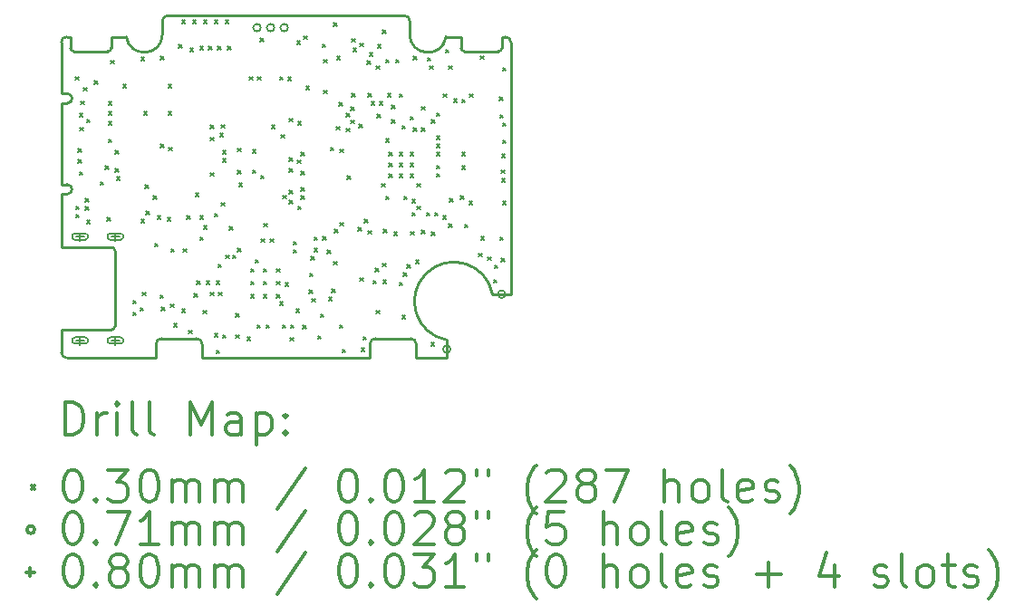
<source format=gbr>
%FSLAX45Y45*%
G04 Gerber Fmt 4.5, Leading zero omitted, Abs format (unit mm)*
G04 Created by KiCad (PCBNEW 5.1.5+dfsg1-2build2) date 2021-07-27 22:00:16*
%MOMM*%
%LPD*%
G04 APERTURE LIST*
%TA.AperFunction,Profile*%
%ADD10C,0.254000*%
%TD*%
%ADD11C,0.200000*%
%ADD12C,0.300000*%
G04 APERTURE END LIST*
D10*
X7620000Y-6090000D02*
X7620000Y-6587300D01*
X7620000Y-5240000D02*
X7620000Y-6000000D01*
X7620000Y-6090000D02*
X7675000Y-6090000D01*
X7675000Y-6090000D02*
G75*
G03X7675000Y-6000000I0J45000D01*
G01*
X7675000Y-6000000D02*
X7620000Y-6000000D01*
X7620000Y-5240000D02*
X7675000Y-5240000D01*
X7675000Y-5240000D02*
G75*
G03X7675000Y-5150000I0J45000D01*
G01*
X7675000Y-5150000D02*
X7620000Y-5150000D01*
X7620000Y-4670000D02*
X7620000Y-5150000D01*
X7670000Y-4620000D02*
G75*
G03X7620000Y-4670000I0J-50000D01*
G01*
X8226867Y-4620000D02*
X8085000Y-4620000D01*
X7705000Y-4620000D02*
X7670000Y-4620000D01*
X8226867Y-4620000D02*
G75*
G03X8565000Y-4595000I168139J25048D01*
G01*
X8565000Y-4595000D02*
X8565000Y-4470000D01*
X8615000Y-4420000D02*
G75*
G03X8565000Y-4470000I0J-50000D01*
G01*
X10825000Y-4420000D02*
X8615000Y-4420000D01*
X10875000Y-4470000D02*
G75*
G03X10825000Y-4420000I-50000J0D01*
G01*
X10875000Y-4470000D02*
X10875000Y-4595000D01*
X10875000Y-4595000D02*
G75*
G03X11213136Y-4620000I169996J48D01*
G01*
X11770000Y-4620000D02*
X11735000Y-4620000D01*
X11355000Y-4620000D02*
X11213136Y-4620000D01*
X11820000Y-4670000D02*
G75*
G03X11770000Y-4620000I-50000J0D01*
G01*
X11820000Y-7025500D02*
X11820000Y-4670000D01*
X10935000Y-7620000D02*
X11221000Y-7620000D01*
X10935000Y-7620000D02*
X10935000Y-7490000D01*
X10935000Y-7490000D02*
G75*
G03X10885000Y-7440000I-50000J0D01*
G01*
X10885000Y-7440000D02*
X10555000Y-7440000D01*
X10555000Y-7440000D02*
G75*
G03X10505000Y-7490000I0J-50000D01*
G01*
X10505000Y-7490000D02*
X10505000Y-7620000D01*
X8935000Y-7620000D02*
X10505000Y-7620000D01*
X8935000Y-7490000D02*
X8935000Y-7620000D01*
X8935000Y-7490000D02*
G75*
G03X8885000Y-7440000I-50000J0D01*
G01*
X8555000Y-7440000D02*
X8885000Y-7440000D01*
X8555000Y-7440000D02*
G75*
G03X8505000Y-7490000I0J-50000D01*
G01*
X8505000Y-7620000D02*
X8505000Y-7490000D01*
X7670000Y-7620000D02*
X8505000Y-7620000D01*
X7620000Y-7570000D02*
G75*
G03X7670000Y-7620000I50000J0D01*
G01*
X7620000Y-7357300D02*
X7620000Y-7570000D01*
X8090000Y-7357300D02*
X7620000Y-7357300D01*
X8090000Y-7357300D02*
G75*
G03X8120000Y-7327300I0J30000D01*
G01*
X8120000Y-6617300D02*
X8120000Y-7327300D01*
X8120000Y-6617300D02*
G75*
G03X8090000Y-6587300I-30000J0D01*
G01*
X7620000Y-6587300D02*
X8090000Y-6587300D01*
X11221000Y-7620000D02*
X11221000Y-7453503D01*
X11648437Y-7025640D02*
X11820000Y-7025500D01*
X11648437Y-7025640D02*
G75*
G03X11221000Y-7453503I-361437J-66360D01*
G01*
X11355000Y-4620000D02*
X11355000Y-4725000D01*
X11385000Y-4755000D02*
G75*
G02X11355000Y-4725000I0J30000D01*
G01*
X11385000Y-4755000D02*
X11705000Y-4755000D01*
X11735000Y-4725000D02*
G75*
G02X11705000Y-4755000I-30000J0D01*
G01*
X11735000Y-4725000D02*
X11735000Y-4620000D01*
X7705000Y-4620000D02*
X7705000Y-4725000D01*
X7735000Y-4755000D02*
G75*
G02X7705000Y-4725000I0J30000D01*
G01*
X7735000Y-4755000D02*
X8055000Y-4755000D01*
X8085000Y-4725000D02*
G75*
G02X8055000Y-4755000I-30000J0D01*
G01*
X8085000Y-4725000D02*
X8085000Y-4620000D01*
D11*
X7752080Y-4991100D02*
X7782560Y-5021580D01*
X7782560Y-4991100D02*
X7752080Y-5021580D01*
X7757160Y-6202680D02*
X7787640Y-6233160D01*
X7787640Y-6202680D02*
X7757160Y-6233160D01*
X7757160Y-6278880D02*
X7787640Y-6309360D01*
X7787640Y-6278880D02*
X7757160Y-6309360D01*
X7777480Y-5664200D02*
X7807960Y-5694680D01*
X7807960Y-5664200D02*
X7777480Y-5694680D01*
X7777480Y-5765800D02*
X7807960Y-5796280D01*
X7807960Y-5765800D02*
X7777480Y-5796280D01*
X7790180Y-5334000D02*
X7820660Y-5364480D01*
X7820660Y-5334000D02*
X7790180Y-5364480D01*
X7790180Y-5880100D02*
X7820660Y-5910580D01*
X7820660Y-5880100D02*
X7790180Y-5910580D01*
X7792720Y-5466080D02*
X7823200Y-5496560D01*
X7823200Y-5466080D02*
X7792720Y-5496560D01*
X7802880Y-5219700D02*
X7833360Y-5250180D01*
X7833360Y-5219700D02*
X7802880Y-5250180D01*
X7828280Y-5092700D02*
X7858760Y-5123180D01*
X7858760Y-5092700D02*
X7828280Y-5123180D01*
X7846060Y-6129020D02*
X7876540Y-6159500D01*
X7876540Y-6129020D02*
X7846060Y-6159500D01*
X7846060Y-6205220D02*
X7876540Y-6235700D01*
X7876540Y-6205220D02*
X7846060Y-6235700D01*
X7856220Y-5389880D02*
X7886700Y-5420360D01*
X7886700Y-5389880D02*
X7856220Y-5420360D01*
X7858760Y-6334760D02*
X7889240Y-6365240D01*
X7889240Y-6334760D02*
X7858760Y-6365240D01*
X7929880Y-5029200D02*
X7960360Y-5059680D01*
X7960360Y-5029200D02*
X7929880Y-5059680D01*
X7985760Y-5974080D02*
X8016240Y-6004560D01*
X8016240Y-5974080D02*
X7985760Y-6004560D01*
X8031480Y-5824220D02*
X8061960Y-5854700D01*
X8061960Y-5824220D02*
X8031480Y-5854700D01*
X8049260Y-6309360D02*
X8079740Y-6339840D01*
X8079740Y-6309360D02*
X8049260Y-6339840D01*
X8061960Y-5227320D02*
X8092440Y-5257800D01*
X8092440Y-5227320D02*
X8061960Y-5257800D01*
X8061960Y-5318760D02*
X8092440Y-5349240D01*
X8092440Y-5318760D02*
X8061960Y-5349240D01*
X8061960Y-5410200D02*
X8092440Y-5440680D01*
X8092440Y-5410200D02*
X8061960Y-5440680D01*
X8061960Y-5577840D02*
X8092440Y-5608320D01*
X8092440Y-5577840D02*
X8061960Y-5608320D01*
X8082280Y-4838700D02*
X8112760Y-4869180D01*
X8112760Y-4838700D02*
X8082280Y-4869180D01*
X8122920Y-5684520D02*
X8153400Y-5715000D01*
X8153400Y-5684520D02*
X8122920Y-5715000D01*
X8122920Y-5852160D02*
X8153400Y-5882640D01*
X8153400Y-5852160D02*
X8122920Y-5882640D01*
X8138160Y-5928360D02*
X8168640Y-5958840D01*
X8168640Y-5928360D02*
X8138160Y-5958840D01*
X8196580Y-5064760D02*
X8227060Y-5095240D01*
X8227060Y-5064760D02*
X8196580Y-5095240D01*
X8290560Y-7084060D02*
X8321040Y-7114540D01*
X8321040Y-7084060D02*
X8290560Y-7114540D01*
X8290560Y-7193280D02*
X8321040Y-7223760D01*
X8321040Y-7193280D02*
X8290560Y-7223760D01*
X8356600Y-7152640D02*
X8387080Y-7183120D01*
X8387080Y-7152640D02*
X8356600Y-7183120D01*
X8366760Y-4810760D02*
X8397240Y-4841240D01*
X8397240Y-4810760D02*
X8366760Y-4841240D01*
X8366760Y-6324600D02*
X8397240Y-6355080D01*
X8397240Y-6324600D02*
X8366760Y-6355080D01*
X8379460Y-7007860D02*
X8409940Y-7038340D01*
X8409940Y-7007860D02*
X8379460Y-7038340D01*
X8392160Y-5318760D02*
X8422640Y-5349240D01*
X8422640Y-5318760D02*
X8392160Y-5349240D01*
X8404860Y-6004560D02*
X8435340Y-6035040D01*
X8435340Y-6004560D02*
X8404860Y-6035040D01*
X8412480Y-6248400D02*
X8442960Y-6278880D01*
X8442960Y-6248400D02*
X8412480Y-6278880D01*
X8481060Y-6106160D02*
X8511540Y-6136640D01*
X8511540Y-6106160D02*
X8481060Y-6136640D01*
X8493760Y-6550660D02*
X8524240Y-6581140D01*
X8524240Y-6550660D02*
X8493760Y-6581140D01*
X8519160Y-6294120D02*
X8549640Y-6324600D01*
X8549640Y-6294120D02*
X8519160Y-6324600D01*
X8544560Y-7033260D02*
X8575040Y-7063740D01*
X8575040Y-7033260D02*
X8544560Y-7063740D01*
X8549640Y-4800600D02*
X8580120Y-4831080D01*
X8580120Y-4800600D02*
X8549640Y-4831080D01*
X8549640Y-5623560D02*
X8580120Y-5654040D01*
X8580120Y-5623560D02*
X8549640Y-5654040D01*
X8557260Y-7147560D02*
X8587740Y-7178040D01*
X8587740Y-7147560D02*
X8557260Y-7178040D01*
X8610600Y-6309360D02*
X8641080Y-6339840D01*
X8641080Y-6309360D02*
X8610600Y-6339840D01*
X8620760Y-5064760D02*
X8651240Y-5095240D01*
X8651240Y-5064760D02*
X8620760Y-5095240D01*
X8620760Y-5318760D02*
X8651240Y-5349240D01*
X8651240Y-5318760D02*
X8620760Y-5349240D01*
X8625840Y-5654040D02*
X8656320Y-5684520D01*
X8656320Y-5654040D02*
X8625840Y-5684520D01*
X8641080Y-7117080D02*
X8671560Y-7147560D01*
X8671560Y-7117080D02*
X8641080Y-7147560D01*
X8646160Y-6601460D02*
X8676640Y-6631940D01*
X8676640Y-6601460D02*
X8646160Y-6631940D01*
X8671560Y-7299960D02*
X8702040Y-7330440D01*
X8702040Y-7299960D02*
X8671560Y-7330440D01*
X8717280Y-4693920D02*
X8747760Y-4724400D01*
X8747760Y-4693920D02*
X8717280Y-4724400D01*
X8747760Y-4465320D02*
X8778240Y-4495800D01*
X8778240Y-4465320D02*
X8747760Y-4495800D01*
X8747760Y-7162800D02*
X8778240Y-7193280D01*
X8778240Y-7162800D02*
X8747760Y-7193280D01*
X8760460Y-6601460D02*
X8790940Y-6631940D01*
X8790940Y-6601460D02*
X8760460Y-6631940D01*
X8793480Y-6294120D02*
X8823960Y-6324600D01*
X8823960Y-6294120D02*
X8793480Y-6324600D01*
X8811260Y-7363460D02*
X8841740Y-7393940D01*
X8841740Y-7363460D02*
X8811260Y-7393940D01*
X8823960Y-4724400D02*
X8854440Y-4754880D01*
X8854440Y-4724400D02*
X8823960Y-4754880D01*
X8849360Y-4465320D02*
X8879840Y-4495800D01*
X8879840Y-4465320D02*
X8849360Y-4495800D01*
X8862060Y-7020560D02*
X8892540Y-7051040D01*
X8892540Y-7020560D02*
X8862060Y-7051040D01*
X8874760Y-6080760D02*
X8905240Y-6111240D01*
X8905240Y-6080760D02*
X8874760Y-6111240D01*
X8884920Y-6903720D02*
X8915400Y-6934200D01*
X8915400Y-6903720D02*
X8884920Y-6934200D01*
X8915400Y-4709160D02*
X8945880Y-4739640D01*
X8945880Y-4709160D02*
X8915400Y-4739640D01*
X8915400Y-6294120D02*
X8945880Y-6324600D01*
X8945880Y-6294120D02*
X8915400Y-6324600D01*
X8915400Y-6492240D02*
X8945880Y-6522720D01*
X8945880Y-6492240D02*
X8915400Y-6522720D01*
X8945880Y-7178040D02*
X8976360Y-7208520D01*
X8976360Y-7178040D02*
X8945880Y-7208520D01*
X8950960Y-4465320D02*
X8981440Y-4495800D01*
X8981440Y-4465320D02*
X8950960Y-4495800D01*
X8950960Y-6385560D02*
X8981440Y-6416040D01*
X8981440Y-6385560D02*
X8950960Y-6416040D01*
X8976360Y-6903720D02*
X9006840Y-6934200D01*
X9006840Y-6903720D02*
X8976360Y-6934200D01*
X8996680Y-4709160D02*
X9027160Y-4739640D01*
X9027160Y-4709160D02*
X8996680Y-4739640D01*
X9014460Y-5445760D02*
X9044940Y-5476240D01*
X9044940Y-5445760D02*
X9014460Y-5476240D01*
X9014460Y-5560060D02*
X9044940Y-5590540D01*
X9044940Y-5560060D02*
X9014460Y-5590540D01*
X9014460Y-5890260D02*
X9044940Y-5920740D01*
X9044940Y-5890260D02*
X9014460Y-5920740D01*
X9014460Y-7007860D02*
X9044940Y-7038340D01*
X9044940Y-7007860D02*
X9014460Y-7038340D01*
X9052560Y-4465320D02*
X9083040Y-4495800D01*
X9083040Y-4465320D02*
X9052560Y-4495800D01*
X9052560Y-6271260D02*
X9083040Y-6301740D01*
X9083040Y-6271260D02*
X9052560Y-6301740D01*
X9052560Y-7391400D02*
X9083040Y-7421880D01*
X9083040Y-7391400D02*
X9052560Y-7421880D01*
X9067800Y-6903720D02*
X9098280Y-6934200D01*
X9098280Y-6903720D02*
X9067800Y-6934200D01*
X9067800Y-7548880D02*
X9098280Y-7579360D01*
X9098280Y-7548880D02*
X9067800Y-7579360D01*
X9083040Y-4709160D02*
X9113520Y-4739640D01*
X9113520Y-4709160D02*
X9083040Y-4739640D01*
X9085580Y-6746240D02*
X9116060Y-6776720D01*
X9116060Y-6746240D02*
X9085580Y-6776720D01*
X9090660Y-7007860D02*
X9121140Y-7038340D01*
X9121140Y-7007860D02*
X9090660Y-7038340D01*
X9103360Y-5521960D02*
X9133840Y-5552440D01*
X9133840Y-5521960D02*
X9103360Y-5552440D01*
X9113520Y-5440680D02*
X9144000Y-5471160D01*
X9144000Y-5440680D02*
X9113520Y-5471160D01*
X9116060Y-6169660D02*
X9146540Y-6200140D01*
X9146540Y-6169660D02*
X9116060Y-6200140D01*
X9128760Y-5681980D02*
X9159240Y-5712460D01*
X9159240Y-5681980D02*
X9128760Y-5712460D01*
X9128760Y-5760720D02*
X9159240Y-5791200D01*
X9159240Y-5760720D02*
X9128760Y-5791200D01*
X9128760Y-7404100D02*
X9159240Y-7434580D01*
X9159240Y-7404100D02*
X9128760Y-7434580D01*
X9154160Y-4465320D02*
X9184640Y-4495800D01*
X9184640Y-4465320D02*
X9154160Y-4495800D01*
X9159240Y-6659880D02*
X9189720Y-6690360D01*
X9189720Y-6659880D02*
X9159240Y-6690360D01*
X9174480Y-4709160D02*
X9204960Y-4739640D01*
X9204960Y-4709160D02*
X9174480Y-4739640D01*
X9189720Y-6393180D02*
X9220200Y-6423660D01*
X9220200Y-6393180D02*
X9189720Y-6423660D01*
X9220200Y-6659880D02*
X9250680Y-6690360D01*
X9250680Y-6659880D02*
X9220200Y-6690360D01*
X9250680Y-7208520D02*
X9281160Y-7239000D01*
X9281160Y-7208520D02*
X9250680Y-7239000D01*
X9250680Y-7406640D02*
X9281160Y-7437120D01*
X9281160Y-7406640D02*
X9250680Y-7437120D01*
X9265920Y-5867400D02*
X9296400Y-5897880D01*
X9296400Y-5867400D02*
X9265920Y-5897880D01*
X9265920Y-6598920D02*
X9296400Y-6629400D01*
X9296400Y-6598920D02*
X9265920Y-6629400D01*
X9268460Y-5661660D02*
X9298940Y-5692140D01*
X9298940Y-5661660D02*
X9268460Y-5692140D01*
X9281160Y-5989320D02*
X9311640Y-6019800D01*
X9311640Y-5989320D02*
X9281160Y-6019800D01*
X9357360Y-7426960D02*
X9387840Y-7457440D01*
X9387840Y-7426960D02*
X9357360Y-7457440D01*
X9377680Y-4993640D02*
X9408160Y-5024120D01*
X9408160Y-4993640D02*
X9377680Y-5024120D01*
X9408160Y-5674360D02*
X9438640Y-5704840D01*
X9438640Y-5674360D02*
X9408160Y-5704840D01*
X9408160Y-5864860D02*
X9438640Y-5895340D01*
X9438640Y-5864860D02*
X9408160Y-5895340D01*
X9433560Y-6703060D02*
X9464040Y-6733540D01*
X9464040Y-6703060D02*
X9433560Y-6733540D01*
X9448800Y-7312660D02*
X9479280Y-7343140D01*
X9479280Y-7312660D02*
X9448800Y-7343140D01*
X9453880Y-4993640D02*
X9484360Y-5024120D01*
X9484360Y-4993640D02*
X9453880Y-5024120D01*
X9479280Y-4632960D02*
X9509760Y-4663440D01*
X9509760Y-4632960D02*
X9479280Y-4663440D01*
X9484360Y-5915660D02*
X9514840Y-5946140D01*
X9514840Y-5915660D02*
X9484360Y-5946140D01*
X9489440Y-6507480D02*
X9519920Y-6537960D01*
X9519920Y-6507480D02*
X9489440Y-6537960D01*
X9512300Y-6362700D02*
X9542780Y-6393180D01*
X9542780Y-6362700D02*
X9512300Y-6393180D01*
X9535160Y-7312660D02*
X9565640Y-7343140D01*
X9565640Y-7312660D02*
X9535160Y-7343140D01*
X9570720Y-6507480D02*
X9601200Y-6537960D01*
X9601200Y-6507480D02*
X9570720Y-6537960D01*
X9585960Y-5445760D02*
X9616440Y-5476240D01*
X9616440Y-5445760D02*
X9585960Y-5476240D01*
X9662160Y-4991100D02*
X9692640Y-5021580D01*
X9692640Y-4991100D02*
X9662160Y-5021580D01*
X9662160Y-7096760D02*
X9692640Y-7127240D01*
X9692640Y-7096760D02*
X9662160Y-7127240D01*
X9674860Y-5534660D02*
X9705340Y-5565140D01*
X9705340Y-5534660D02*
X9674860Y-5565140D01*
X9687560Y-7312660D02*
X9718040Y-7343140D01*
X9718040Y-7312660D02*
X9687560Y-7343140D01*
X9690100Y-6101080D02*
X9720580Y-6131560D01*
X9720580Y-6101080D02*
X9690100Y-6131560D01*
X9712960Y-6918960D02*
X9743440Y-6949440D01*
X9743440Y-6918960D02*
X9712960Y-6949440D01*
X9738360Y-4998720D02*
X9768840Y-5029200D01*
X9768840Y-4998720D02*
X9738360Y-5029200D01*
X9751060Y-5382260D02*
X9781540Y-5412740D01*
X9781540Y-5382260D02*
X9751060Y-5412740D01*
X9751060Y-5750560D02*
X9781540Y-5781040D01*
X9781540Y-5750560D02*
X9751060Y-5781040D01*
X9751060Y-5852160D02*
X9781540Y-5882640D01*
X9781540Y-5852160D02*
X9751060Y-5882640D01*
X9751060Y-6055360D02*
X9781540Y-6085840D01*
X9781540Y-6055360D02*
X9751060Y-6085840D01*
X9751060Y-6146800D02*
X9781540Y-6177280D01*
X9781540Y-6146800D02*
X9751060Y-6177280D01*
X9758680Y-7429500D02*
X9789160Y-7459980D01*
X9789160Y-7429500D02*
X9758680Y-7459980D01*
X9763760Y-7312660D02*
X9794240Y-7343140D01*
X9794240Y-7312660D02*
X9763760Y-7343140D01*
X9789160Y-6532880D02*
X9819640Y-6563360D01*
X9819640Y-6532880D02*
X9789160Y-6563360D01*
X9789160Y-6609080D02*
X9819640Y-6639560D01*
X9819640Y-6609080D02*
X9789160Y-6639560D01*
X9814560Y-7162800D02*
X9845040Y-7193280D01*
X9845040Y-7162800D02*
X9814560Y-7193280D01*
X9822180Y-4655820D02*
X9852660Y-4686300D01*
X9852660Y-4655820D02*
X9822180Y-4686300D01*
X9827260Y-5770880D02*
X9857740Y-5801360D01*
X9857740Y-5770880D02*
X9827260Y-5801360D01*
X9829800Y-5410200D02*
X9860280Y-5440680D01*
X9860280Y-5410200D02*
X9829800Y-5440680D01*
X9829800Y-6202680D02*
X9860280Y-6233160D01*
X9860280Y-6202680D02*
X9829800Y-6233160D01*
X9857740Y-6106160D02*
X9888220Y-6136640D01*
X9888220Y-6106160D02*
X9857740Y-6136640D01*
X9860280Y-5699760D02*
X9890760Y-5730240D01*
X9890760Y-5699760D02*
X9860280Y-5730240D01*
X9860280Y-5875020D02*
X9890760Y-5905500D01*
X9890760Y-5875020D02*
X9860280Y-5905500D01*
X9860280Y-6027420D02*
X9890760Y-6057900D01*
X9890760Y-6027420D02*
X9860280Y-6057900D01*
X9875520Y-7315200D02*
X9906000Y-7345680D01*
X9906000Y-7315200D02*
X9875520Y-7345680D01*
X9883140Y-4610100D02*
X9913620Y-4640580D01*
X9913620Y-4610100D02*
X9883140Y-4640580D01*
X9906000Y-5082540D02*
X9936480Y-5113020D01*
X9936480Y-5082540D02*
X9906000Y-5113020D01*
X9936480Y-6987540D02*
X9966960Y-7018020D01*
X9966960Y-6987540D02*
X9936480Y-7018020D01*
X9939020Y-6830060D02*
X9969500Y-6860540D01*
X9969500Y-6830060D02*
X9939020Y-6860540D01*
X9951720Y-6675120D02*
X9982200Y-6705600D01*
X9982200Y-6675120D02*
X9951720Y-6705600D01*
X9959340Y-7066280D02*
X9989820Y-7096760D01*
X9989820Y-7066280D02*
X9959340Y-7096760D01*
X9982200Y-6492240D02*
X10012680Y-6522720D01*
X10012680Y-6492240D02*
X9982200Y-6522720D01*
X9982200Y-6598920D02*
X10012680Y-6629400D01*
X10012680Y-6598920D02*
X9982200Y-6629400D01*
X10017760Y-7414260D02*
X10048240Y-7444740D01*
X10048240Y-7414260D02*
X10017760Y-7444740D01*
X10043160Y-7211060D02*
X10073640Y-7241540D01*
X10073640Y-7211060D02*
X10043160Y-7241540D01*
X10058400Y-4686300D02*
X10088880Y-4716780D01*
X10088880Y-4686300D02*
X10058400Y-4716780D01*
X10060940Y-6487160D02*
X10091420Y-6517640D01*
X10091420Y-6487160D02*
X10060940Y-6517640D01*
X10073640Y-4831080D02*
X10104120Y-4861560D01*
X10104120Y-4831080D02*
X10073640Y-4861560D01*
X10073640Y-5120640D02*
X10104120Y-5151120D01*
X10104120Y-5120640D02*
X10073640Y-5151120D01*
X10104120Y-6614160D02*
X10134600Y-6644640D01*
X10134600Y-6614160D02*
X10104120Y-6644640D01*
X10119360Y-7056120D02*
X10149840Y-7086600D01*
X10149840Y-7056120D02*
X10119360Y-7086600D01*
X10134600Y-5654040D02*
X10165080Y-5684520D01*
X10165080Y-5654040D02*
X10134600Y-5684520D01*
X10149840Y-6979920D02*
X10180320Y-7010400D01*
X10180320Y-6979920D02*
X10149840Y-7010400D01*
X10165080Y-4488180D02*
X10195560Y-4518660D01*
X10195560Y-4488180D02*
X10165080Y-4518660D01*
X10165080Y-6720840D02*
X10195560Y-6751320D01*
X10195560Y-6720840D02*
X10165080Y-6751320D01*
X10172700Y-6418580D02*
X10203180Y-6449060D01*
X10203180Y-6418580D02*
X10172700Y-6449060D01*
X10190480Y-5458460D02*
X10220960Y-5488940D01*
X10220960Y-5458460D02*
X10190480Y-5488940D01*
X10195560Y-4800600D02*
X10226040Y-4831080D01*
X10226040Y-4800600D02*
X10195560Y-4831080D01*
X10213340Y-5232400D02*
X10243820Y-5262880D01*
X10243820Y-5232400D02*
X10213340Y-5262880D01*
X10220960Y-7312660D02*
X10251440Y-7343140D01*
X10251440Y-7312660D02*
X10220960Y-7343140D01*
X10223500Y-6355080D02*
X10253980Y-6385560D01*
X10253980Y-6355080D02*
X10223500Y-6385560D01*
X10226040Y-5669280D02*
X10256520Y-5699760D01*
X10256520Y-5669280D02*
X10226040Y-5699760D01*
X10246360Y-7541260D02*
X10276840Y-7571740D01*
X10276840Y-7541260D02*
X10246360Y-7571740D01*
X10281920Y-5336540D02*
X10312400Y-5367020D01*
X10312400Y-5336540D02*
X10281920Y-5367020D01*
X10281920Y-5473700D02*
X10312400Y-5504180D01*
X10312400Y-5473700D02*
X10281920Y-5504180D01*
X10289540Y-5918200D02*
X10320020Y-5948680D01*
X10320020Y-5918200D02*
X10289540Y-5948680D01*
X10327640Y-5275580D02*
X10358120Y-5306060D01*
X10358120Y-5275580D02*
X10327640Y-5306060D01*
X10327640Y-5397500D02*
X10358120Y-5427980D01*
X10358120Y-5397500D02*
X10327640Y-5427980D01*
X10332720Y-4635500D02*
X10363200Y-4665980D01*
X10363200Y-4635500D02*
X10332720Y-4665980D01*
X10332720Y-5151120D02*
X10363200Y-5181600D01*
X10363200Y-5151120D02*
X10332720Y-5181600D01*
X10347960Y-4724400D02*
X10378440Y-4754880D01*
X10378440Y-4724400D02*
X10347960Y-4754880D01*
X10393680Y-6400800D02*
X10424160Y-6431280D01*
X10424160Y-6400800D02*
X10393680Y-6431280D01*
X10403840Y-5438140D02*
X10434320Y-5468620D01*
X10434320Y-5438140D02*
X10403840Y-5468620D01*
X10408920Y-4678680D02*
X10439400Y-4709160D01*
X10439400Y-4678680D02*
X10408920Y-4709160D01*
X10408920Y-6873240D02*
X10439400Y-6903720D01*
X10439400Y-6873240D02*
X10408920Y-6903720D01*
X10424160Y-7528560D02*
X10454640Y-7559040D01*
X10454640Y-7528560D02*
X10424160Y-7559040D01*
X10439400Y-7421880D02*
X10469880Y-7452360D01*
X10469880Y-7421880D02*
X10439400Y-7452360D01*
X10454640Y-6324600D02*
X10485120Y-6355080D01*
X10485120Y-6324600D02*
X10454640Y-6355080D01*
X10477500Y-4846320D02*
X10507980Y-4876800D01*
X10507980Y-4846320D02*
X10477500Y-4876800D01*
X10485120Y-5151120D02*
X10515600Y-5181600D01*
X10515600Y-5151120D02*
X10485120Y-5181600D01*
X10485120Y-6431280D02*
X10515600Y-6461760D01*
X10515600Y-6431280D02*
X10485120Y-6461760D01*
X10500360Y-4770120D02*
X10530840Y-4800600D01*
X10530840Y-4770120D02*
X10500360Y-4800600D01*
X10515600Y-5227320D02*
X10546080Y-5257800D01*
X10546080Y-5227320D02*
X10515600Y-5257800D01*
X10533380Y-6896100D02*
X10563860Y-6926580D01*
X10563860Y-6896100D02*
X10533380Y-6926580D01*
X10556240Y-6781800D02*
X10586720Y-6812280D01*
X10586720Y-6781800D02*
X10556240Y-6812280D01*
X10561320Y-4892040D02*
X10591800Y-4922520D01*
X10591800Y-4892040D02*
X10561320Y-4922520D01*
X10561320Y-7178040D02*
X10591800Y-7208520D01*
X10591800Y-7178040D02*
X10561320Y-7208520D01*
X10568940Y-5344160D02*
X10599420Y-5374640D01*
X10599420Y-5344160D02*
X10568940Y-5374640D01*
X10576560Y-4693920D02*
X10607040Y-4724400D01*
X10607040Y-4693920D02*
X10576560Y-4724400D01*
X10591800Y-5227320D02*
X10622280Y-5257800D01*
X10622280Y-5227320D02*
X10591800Y-5257800D01*
X10614660Y-5991860D02*
X10645140Y-6022340D01*
X10645140Y-5991860D02*
X10614660Y-6022340D01*
X10622280Y-4556760D02*
X10652760Y-4587240D01*
X10652760Y-4556760D02*
X10622280Y-4587240D01*
X10622280Y-6736080D02*
X10652760Y-6766560D01*
X10652760Y-6736080D02*
X10622280Y-6766560D01*
X10627360Y-6893560D02*
X10657840Y-6924040D01*
X10657840Y-6893560D02*
X10627360Y-6924040D01*
X10632440Y-6418580D02*
X10662920Y-6449060D01*
X10662920Y-6418580D02*
X10632440Y-6449060D01*
X10652760Y-4831080D02*
X10683240Y-4861560D01*
X10683240Y-4831080D02*
X10652760Y-4861560D01*
X10652760Y-5572760D02*
X10683240Y-5603240D01*
X10683240Y-5572760D02*
X10652760Y-5603240D01*
X10652760Y-6111240D02*
X10683240Y-6141720D01*
X10683240Y-6111240D02*
X10652760Y-6141720D01*
X10668000Y-5151120D02*
X10698480Y-5181600D01*
X10698480Y-5151120D02*
X10668000Y-5181600D01*
X10706100Y-5257800D02*
X10736580Y-5288280D01*
X10736580Y-5257800D02*
X10706100Y-5288280D01*
X10706100Y-5394960D02*
X10736580Y-5425440D01*
X10736580Y-5394960D02*
X10706100Y-5425440D01*
X10728960Y-6446520D02*
X10759440Y-6477000D01*
X10759440Y-6446520D02*
X10728960Y-6477000D01*
X10744200Y-4831080D02*
X10774680Y-4861560D01*
X10774680Y-4831080D02*
X10744200Y-4861560D01*
X10777220Y-5153660D02*
X10807700Y-5184140D01*
X10807700Y-5153660D02*
X10777220Y-5184140D01*
X10779760Y-6913880D02*
X10810240Y-6944360D01*
X10810240Y-6913880D02*
X10779760Y-6944360D01*
X10805160Y-5448300D02*
X10835640Y-5478780D01*
X10835640Y-5448300D02*
X10805160Y-5478780D01*
X10805160Y-7223760D02*
X10835640Y-7254240D01*
X10835640Y-7223760D02*
X10805160Y-7254240D01*
X10817860Y-6827520D02*
X10848340Y-6858000D01*
X10848340Y-6827520D02*
X10817860Y-6858000D01*
X10820400Y-6111240D02*
X10850880Y-6141720D01*
X10850880Y-6111240D02*
X10820400Y-6141720D01*
X10850880Y-6751320D02*
X10881360Y-6781800D01*
X10881360Y-6751320D02*
X10850880Y-6781800D01*
X10881360Y-5364480D02*
X10911840Y-5394960D01*
X10911840Y-5364480D02*
X10881360Y-5394960D01*
X10886440Y-6438900D02*
X10916920Y-6469380D01*
X10916920Y-6438900D02*
X10886440Y-6469380D01*
X10896600Y-6141720D02*
X10927080Y-6172200D01*
X10927080Y-6141720D02*
X10896600Y-6172200D01*
X10896600Y-6263640D02*
X10927080Y-6294120D01*
X10927080Y-6263640D02*
X10896600Y-6294120D01*
X10911840Y-4800600D02*
X10942320Y-4831080D01*
X10942320Y-4800600D02*
X10911840Y-4831080D01*
X10911840Y-5471160D02*
X10942320Y-5501640D01*
X10942320Y-5471160D02*
X10911840Y-5501640D01*
X10929620Y-6708140D02*
X10960100Y-6738620D01*
X10960100Y-6708140D02*
X10929620Y-6738620D01*
X10942320Y-6202680D02*
X10972800Y-6233160D01*
X10972800Y-6202680D02*
X10942320Y-6233160D01*
X10944860Y-5991860D02*
X10975340Y-6022340D01*
X10975340Y-5991860D02*
X10944860Y-6022340D01*
X10988040Y-5273040D02*
X11018520Y-5303520D01*
X11018520Y-5273040D02*
X10988040Y-5303520D01*
X10988040Y-5471160D02*
X11018520Y-5501640D01*
X11018520Y-5471160D02*
X10988040Y-5501640D01*
X10988040Y-6426200D02*
X11018520Y-6456680D01*
X11018520Y-6426200D02*
X10988040Y-6456680D01*
X11033760Y-6263640D02*
X11064240Y-6294120D01*
X11064240Y-6263640D02*
X11033760Y-6294120D01*
X11041380Y-4815840D02*
X11071860Y-4846320D01*
X11071860Y-4815840D02*
X11041380Y-4846320D01*
X11064240Y-4892040D02*
X11094720Y-4922520D01*
X11094720Y-4892040D02*
X11064240Y-4922520D01*
X11074400Y-7477760D02*
X11104880Y-7508240D01*
X11104880Y-7477760D02*
X11074400Y-7508240D01*
X11079480Y-5394960D02*
X11109960Y-5425440D01*
X11109960Y-5394960D02*
X11079480Y-5425440D01*
X11079480Y-6446520D02*
X11109960Y-6477000D01*
X11109960Y-6446520D02*
X11079480Y-6477000D01*
X11109960Y-6263640D02*
X11140440Y-6294120D01*
X11140440Y-6263640D02*
X11109960Y-6294120D01*
X11125200Y-5331460D02*
X11155680Y-5361940D01*
X11155680Y-5331460D02*
X11125200Y-5361940D01*
X11125200Y-5547360D02*
X11155680Y-5577840D01*
X11155680Y-5547360D02*
X11125200Y-5577840D01*
X11125200Y-5623560D02*
X11155680Y-5654040D01*
X11155680Y-5623560D02*
X11125200Y-5654040D01*
X11125200Y-5699760D02*
X11155680Y-5730240D01*
X11155680Y-5699760D02*
X11125200Y-5730240D01*
X11125200Y-5821680D02*
X11155680Y-5852160D01*
X11155680Y-5821680D02*
X11125200Y-5852160D01*
X11125200Y-5897880D02*
X11155680Y-5928360D01*
X11155680Y-5897880D02*
X11125200Y-5928360D01*
X11186160Y-6294120D02*
X11216640Y-6324600D01*
X11216640Y-6294120D02*
X11186160Y-6324600D01*
X11191240Y-5153660D02*
X11221720Y-5184140D01*
X11221720Y-5153660D02*
X11191240Y-5184140D01*
X11209020Y-4739640D02*
X11239500Y-4770120D01*
X11239500Y-4739640D02*
X11209020Y-4770120D01*
X11239500Y-4892040D02*
X11269980Y-4922520D01*
X11269980Y-4892040D02*
X11239500Y-4922520D01*
X11239500Y-6370320D02*
X11269980Y-6400800D01*
X11269980Y-6370320D02*
X11239500Y-6400800D01*
X11249660Y-6131560D02*
X11280140Y-6162040D01*
X11280140Y-6131560D02*
X11249660Y-6162040D01*
X11287760Y-5199380D02*
X11318240Y-5229860D01*
X11318240Y-5199380D02*
X11287760Y-5229860D01*
X11351260Y-6106160D02*
X11381740Y-6136640D01*
X11381740Y-6106160D02*
X11351260Y-6136640D01*
X11363960Y-5204460D02*
X11394440Y-5234940D01*
X11394440Y-5204460D02*
X11363960Y-5234940D01*
X11363960Y-5699760D02*
X11394440Y-5730240D01*
X11394440Y-5699760D02*
X11363960Y-5730240D01*
X11363960Y-5826760D02*
X11394440Y-5857240D01*
X11394440Y-5826760D02*
X11363960Y-5857240D01*
X11389360Y-6372860D02*
X11419840Y-6403340D01*
X11419840Y-6372860D02*
X11389360Y-6403340D01*
X11430000Y-6156960D02*
X11460480Y-6187440D01*
X11460480Y-6156960D02*
X11430000Y-6187440D01*
X11435080Y-5153660D02*
X11465560Y-5184140D01*
X11465560Y-5153660D02*
X11435080Y-5184140D01*
X11521440Y-6644640D02*
X11551920Y-6675120D01*
X11551920Y-6644640D02*
X11521440Y-6675120D01*
X11534140Y-4798060D02*
X11564620Y-4828540D01*
X11564620Y-4798060D02*
X11534140Y-4828540D01*
X11541760Y-6487160D02*
X11572240Y-6517640D01*
X11572240Y-6487160D02*
X11541760Y-6517640D01*
X11605260Y-6677660D02*
X11635740Y-6708140D01*
X11635740Y-6677660D02*
X11605260Y-6708140D01*
X11658600Y-6888480D02*
X11689080Y-6918960D01*
X11689080Y-6888480D02*
X11658600Y-6918960D01*
X11668760Y-6753860D02*
X11699240Y-6784340D01*
X11699240Y-6753860D02*
X11668760Y-6784340D01*
X11714480Y-5181600D02*
X11744960Y-5212080D01*
X11744960Y-5181600D02*
X11714480Y-5212080D01*
X11719560Y-5349240D02*
X11750040Y-5379720D01*
X11750040Y-5349240D02*
X11719560Y-5379720D01*
X11719560Y-6492240D02*
X11750040Y-6522720D01*
X11750040Y-6492240D02*
X11719560Y-6522720D01*
X11732260Y-5864860D02*
X11762740Y-5895340D01*
X11762740Y-5864860D02*
X11732260Y-5895340D01*
X11732260Y-6690360D02*
X11762740Y-6720840D01*
X11762740Y-6690360D02*
X11732260Y-6720840D01*
X11734800Y-5715000D02*
X11765280Y-5745480D01*
X11765280Y-5715000D02*
X11734800Y-5745480D01*
X11734800Y-5943600D02*
X11765280Y-5974080D01*
X11765280Y-5943600D02*
X11734800Y-5974080D01*
X11742420Y-4907280D02*
X11772900Y-4937760D01*
X11772900Y-4907280D02*
X11742420Y-4937760D01*
X11744960Y-5425440D02*
X11775440Y-5455920D01*
X11775440Y-5425440D02*
X11744960Y-5455920D01*
X11744960Y-5585460D02*
X11775440Y-5615940D01*
X11775440Y-5585460D02*
X11744960Y-5615940D01*
X11744960Y-6156960D02*
X11775440Y-6187440D01*
X11775440Y-6156960D02*
X11744960Y-6187440D01*
X9389760Y-6786260D02*
X9420240Y-6816740D01*
X9420240Y-6786260D02*
X9389760Y-6816740D01*
X9389760Y-6906260D02*
X9420240Y-6936740D01*
X9420240Y-6906260D02*
X9389760Y-6936740D01*
X9389760Y-7026260D02*
X9420240Y-7056740D01*
X9420240Y-7026260D02*
X9389760Y-7056740D01*
X9509760Y-6786260D02*
X9540240Y-6816740D01*
X9540240Y-6786260D02*
X9509760Y-6816740D01*
X9509760Y-6906260D02*
X9540240Y-6936740D01*
X9540240Y-6906260D02*
X9509760Y-6936740D01*
X9509760Y-7026260D02*
X9540240Y-7056740D01*
X9540240Y-7026260D02*
X9509760Y-7056740D01*
X9629760Y-6786260D02*
X9660240Y-6816740D01*
X9660240Y-6786260D02*
X9629760Y-6816740D01*
X9629760Y-6906260D02*
X9660240Y-6936740D01*
X9660240Y-6906260D02*
X9629760Y-6936740D01*
X9629760Y-7026260D02*
X9660240Y-7056740D01*
X9660240Y-7026260D02*
X9629760Y-7056740D01*
X10679760Y-5701360D02*
X10710240Y-5731840D01*
X10710240Y-5701360D02*
X10679760Y-5731840D01*
X10679760Y-5801360D02*
X10710240Y-5831840D01*
X10710240Y-5801360D02*
X10679760Y-5831840D01*
X10679760Y-5901360D02*
X10710240Y-5931840D01*
X10710240Y-5901360D02*
X10679760Y-5931840D01*
X10779760Y-5701360D02*
X10810240Y-5731840D01*
X10810240Y-5701360D02*
X10779760Y-5731840D01*
X10779760Y-5801360D02*
X10810240Y-5831840D01*
X10810240Y-5801360D02*
X10779760Y-5831840D01*
X10779760Y-5901360D02*
X10810240Y-5931840D01*
X10810240Y-5901360D02*
X10779760Y-5931840D01*
X10879760Y-5701360D02*
X10910240Y-5731840D01*
X10910240Y-5701360D02*
X10879760Y-5731840D01*
X10879760Y-5801360D02*
X10910240Y-5831840D01*
X10910240Y-5801360D02*
X10879760Y-5831840D01*
X10879760Y-5901360D02*
X10910240Y-5931840D01*
X10910240Y-5901360D02*
X10879760Y-5931840D01*
X11256560Y-7538720D02*
G75*
G03X11256560Y-7538720I-35560J0D01*
G01*
X11770360Y-7025500D02*
G75*
G03X11770360Y-7025500I-35560J0D01*
G01*
X9484360Y-4533900D02*
G75*
G03X9484360Y-4533900I-35560J0D01*
G01*
X9611360Y-4533900D02*
G75*
G03X9611360Y-4533900I-35560J0D01*
G01*
X9738360Y-4533900D02*
G75*
G03X9738360Y-4533900I-35560J0D01*
G01*
X7795000Y-6447300D02*
X7795000Y-6527300D01*
X7755000Y-6487300D02*
X7835000Y-6487300D01*
X7840000Y-6457300D02*
X7750000Y-6457300D01*
X7840000Y-6517300D02*
X7750000Y-6517300D01*
X7750000Y-6457300D02*
G75*
G03X7750000Y-6517300I0J-30000D01*
G01*
X7840000Y-6517300D02*
G75*
G03X7840000Y-6457300I0J30000D01*
G01*
X7795000Y-7417300D02*
X7795000Y-7497300D01*
X7755000Y-7457300D02*
X7835000Y-7457300D01*
X7840000Y-7427300D02*
X7750000Y-7427300D01*
X7840000Y-7487300D02*
X7750000Y-7487300D01*
X7750000Y-7427300D02*
G75*
G03X7750000Y-7487300I0J-30000D01*
G01*
X7840000Y-7487300D02*
G75*
G03X7840000Y-7427300I0J30000D01*
G01*
X8125000Y-6447300D02*
X8125000Y-6527300D01*
X8085000Y-6487300D02*
X8165000Y-6487300D01*
X8170000Y-6457300D02*
X8080000Y-6457300D01*
X8170000Y-6517300D02*
X8080000Y-6517300D01*
X8080000Y-6457300D02*
G75*
G03X8080000Y-6517300I0J-30000D01*
G01*
X8170000Y-6517300D02*
G75*
G03X8170000Y-6457300I0J30000D01*
G01*
X8125000Y-7417300D02*
X8125000Y-7497300D01*
X8085000Y-7457300D02*
X8165000Y-7457300D01*
X8170000Y-7427300D02*
X8080000Y-7427300D01*
X8170000Y-7487300D02*
X8080000Y-7487300D01*
X8080000Y-7427300D02*
G75*
G03X8080000Y-7487300I0J-30000D01*
G01*
X8170000Y-7487300D02*
G75*
G03X8170000Y-7427300I0J30000D01*
G01*
D12*
X7656428Y-8335714D02*
X7656428Y-8035714D01*
X7727857Y-8035714D01*
X7770714Y-8050000D01*
X7799286Y-8078571D01*
X7813571Y-8107143D01*
X7827857Y-8164286D01*
X7827857Y-8207143D01*
X7813571Y-8264286D01*
X7799286Y-8292857D01*
X7770714Y-8321428D01*
X7727857Y-8335714D01*
X7656428Y-8335714D01*
X7956428Y-8335714D02*
X7956428Y-8135714D01*
X7956428Y-8192857D02*
X7970714Y-8164286D01*
X7985000Y-8150000D01*
X8013571Y-8135714D01*
X8042143Y-8135714D01*
X8142143Y-8335714D02*
X8142143Y-8135714D01*
X8142143Y-8035714D02*
X8127857Y-8050000D01*
X8142143Y-8064286D01*
X8156428Y-8050000D01*
X8142143Y-8035714D01*
X8142143Y-8064286D01*
X8327857Y-8335714D02*
X8299286Y-8321428D01*
X8285000Y-8292857D01*
X8285000Y-8035714D01*
X8485000Y-8335714D02*
X8456429Y-8321428D01*
X8442143Y-8292857D01*
X8442143Y-8035714D01*
X8827857Y-8335714D02*
X8827857Y-8035714D01*
X8927857Y-8250000D01*
X9027857Y-8035714D01*
X9027857Y-8335714D01*
X9299286Y-8335714D02*
X9299286Y-8178571D01*
X9285000Y-8150000D01*
X9256429Y-8135714D01*
X9199286Y-8135714D01*
X9170714Y-8150000D01*
X9299286Y-8321428D02*
X9270714Y-8335714D01*
X9199286Y-8335714D01*
X9170714Y-8321428D01*
X9156429Y-8292857D01*
X9156429Y-8264286D01*
X9170714Y-8235714D01*
X9199286Y-8221428D01*
X9270714Y-8221428D01*
X9299286Y-8207143D01*
X9442143Y-8135714D02*
X9442143Y-8435714D01*
X9442143Y-8150000D02*
X9470714Y-8135714D01*
X9527857Y-8135714D01*
X9556429Y-8150000D01*
X9570714Y-8164286D01*
X9585000Y-8192857D01*
X9585000Y-8278571D01*
X9570714Y-8307143D01*
X9556429Y-8321428D01*
X9527857Y-8335714D01*
X9470714Y-8335714D01*
X9442143Y-8321428D01*
X9713571Y-8307143D02*
X9727857Y-8321428D01*
X9713571Y-8335714D01*
X9699286Y-8321428D01*
X9713571Y-8307143D01*
X9713571Y-8335714D01*
X9713571Y-8150000D02*
X9727857Y-8164286D01*
X9713571Y-8178571D01*
X9699286Y-8164286D01*
X9713571Y-8150000D01*
X9713571Y-8178571D01*
X7339520Y-8814760D02*
X7370000Y-8845240D01*
X7370000Y-8814760D02*
X7339520Y-8845240D01*
X7713571Y-8665714D02*
X7742143Y-8665714D01*
X7770714Y-8680000D01*
X7785000Y-8694286D01*
X7799286Y-8722857D01*
X7813571Y-8780000D01*
X7813571Y-8851429D01*
X7799286Y-8908571D01*
X7785000Y-8937143D01*
X7770714Y-8951429D01*
X7742143Y-8965714D01*
X7713571Y-8965714D01*
X7685000Y-8951429D01*
X7670714Y-8937143D01*
X7656428Y-8908571D01*
X7642143Y-8851429D01*
X7642143Y-8780000D01*
X7656428Y-8722857D01*
X7670714Y-8694286D01*
X7685000Y-8680000D01*
X7713571Y-8665714D01*
X7942143Y-8937143D02*
X7956428Y-8951429D01*
X7942143Y-8965714D01*
X7927857Y-8951429D01*
X7942143Y-8937143D01*
X7942143Y-8965714D01*
X8056428Y-8665714D02*
X8242143Y-8665714D01*
X8142143Y-8780000D01*
X8185000Y-8780000D01*
X8213571Y-8794286D01*
X8227857Y-8808571D01*
X8242143Y-8837143D01*
X8242143Y-8908571D01*
X8227857Y-8937143D01*
X8213571Y-8951429D01*
X8185000Y-8965714D01*
X8099286Y-8965714D01*
X8070714Y-8951429D01*
X8056428Y-8937143D01*
X8427857Y-8665714D02*
X8456429Y-8665714D01*
X8485000Y-8680000D01*
X8499286Y-8694286D01*
X8513571Y-8722857D01*
X8527857Y-8780000D01*
X8527857Y-8851429D01*
X8513571Y-8908571D01*
X8499286Y-8937143D01*
X8485000Y-8951429D01*
X8456429Y-8965714D01*
X8427857Y-8965714D01*
X8399286Y-8951429D01*
X8385000Y-8937143D01*
X8370714Y-8908571D01*
X8356428Y-8851429D01*
X8356428Y-8780000D01*
X8370714Y-8722857D01*
X8385000Y-8694286D01*
X8399286Y-8680000D01*
X8427857Y-8665714D01*
X8656429Y-8965714D02*
X8656429Y-8765714D01*
X8656429Y-8794286D02*
X8670714Y-8780000D01*
X8699286Y-8765714D01*
X8742143Y-8765714D01*
X8770714Y-8780000D01*
X8785000Y-8808571D01*
X8785000Y-8965714D01*
X8785000Y-8808571D02*
X8799286Y-8780000D01*
X8827857Y-8765714D01*
X8870714Y-8765714D01*
X8899286Y-8780000D01*
X8913571Y-8808571D01*
X8913571Y-8965714D01*
X9056429Y-8965714D02*
X9056429Y-8765714D01*
X9056429Y-8794286D02*
X9070714Y-8780000D01*
X9099286Y-8765714D01*
X9142143Y-8765714D01*
X9170714Y-8780000D01*
X9185000Y-8808571D01*
X9185000Y-8965714D01*
X9185000Y-8808571D02*
X9199286Y-8780000D01*
X9227857Y-8765714D01*
X9270714Y-8765714D01*
X9299286Y-8780000D01*
X9313571Y-8808571D01*
X9313571Y-8965714D01*
X9899286Y-8651429D02*
X9642143Y-9037143D01*
X10285000Y-8665714D02*
X10313571Y-8665714D01*
X10342143Y-8680000D01*
X10356429Y-8694286D01*
X10370714Y-8722857D01*
X10385000Y-8780000D01*
X10385000Y-8851429D01*
X10370714Y-8908571D01*
X10356429Y-8937143D01*
X10342143Y-8951429D01*
X10313571Y-8965714D01*
X10285000Y-8965714D01*
X10256429Y-8951429D01*
X10242143Y-8937143D01*
X10227857Y-8908571D01*
X10213571Y-8851429D01*
X10213571Y-8780000D01*
X10227857Y-8722857D01*
X10242143Y-8694286D01*
X10256429Y-8680000D01*
X10285000Y-8665714D01*
X10513571Y-8937143D02*
X10527857Y-8951429D01*
X10513571Y-8965714D01*
X10499286Y-8951429D01*
X10513571Y-8937143D01*
X10513571Y-8965714D01*
X10713571Y-8665714D02*
X10742143Y-8665714D01*
X10770714Y-8680000D01*
X10785000Y-8694286D01*
X10799286Y-8722857D01*
X10813571Y-8780000D01*
X10813571Y-8851429D01*
X10799286Y-8908571D01*
X10785000Y-8937143D01*
X10770714Y-8951429D01*
X10742143Y-8965714D01*
X10713571Y-8965714D01*
X10685000Y-8951429D01*
X10670714Y-8937143D01*
X10656429Y-8908571D01*
X10642143Y-8851429D01*
X10642143Y-8780000D01*
X10656429Y-8722857D01*
X10670714Y-8694286D01*
X10685000Y-8680000D01*
X10713571Y-8665714D01*
X11099286Y-8965714D02*
X10927857Y-8965714D01*
X11013571Y-8965714D02*
X11013571Y-8665714D01*
X10985000Y-8708571D01*
X10956429Y-8737143D01*
X10927857Y-8751429D01*
X11213571Y-8694286D02*
X11227857Y-8680000D01*
X11256428Y-8665714D01*
X11327857Y-8665714D01*
X11356428Y-8680000D01*
X11370714Y-8694286D01*
X11385000Y-8722857D01*
X11385000Y-8751429D01*
X11370714Y-8794286D01*
X11199286Y-8965714D01*
X11385000Y-8965714D01*
X11499286Y-8665714D02*
X11499286Y-8722857D01*
X11613571Y-8665714D02*
X11613571Y-8722857D01*
X12056428Y-9080000D02*
X12042143Y-9065714D01*
X12013571Y-9022857D01*
X11999286Y-8994286D01*
X11985000Y-8951429D01*
X11970714Y-8880000D01*
X11970714Y-8822857D01*
X11985000Y-8751429D01*
X11999286Y-8708571D01*
X12013571Y-8680000D01*
X12042143Y-8637143D01*
X12056428Y-8622857D01*
X12156428Y-8694286D02*
X12170714Y-8680000D01*
X12199286Y-8665714D01*
X12270714Y-8665714D01*
X12299286Y-8680000D01*
X12313571Y-8694286D01*
X12327857Y-8722857D01*
X12327857Y-8751429D01*
X12313571Y-8794286D01*
X12142143Y-8965714D01*
X12327857Y-8965714D01*
X12499286Y-8794286D02*
X12470714Y-8780000D01*
X12456428Y-8765714D01*
X12442143Y-8737143D01*
X12442143Y-8722857D01*
X12456428Y-8694286D01*
X12470714Y-8680000D01*
X12499286Y-8665714D01*
X12556428Y-8665714D01*
X12585000Y-8680000D01*
X12599286Y-8694286D01*
X12613571Y-8722857D01*
X12613571Y-8737143D01*
X12599286Y-8765714D01*
X12585000Y-8780000D01*
X12556428Y-8794286D01*
X12499286Y-8794286D01*
X12470714Y-8808571D01*
X12456428Y-8822857D01*
X12442143Y-8851429D01*
X12442143Y-8908571D01*
X12456428Y-8937143D01*
X12470714Y-8951429D01*
X12499286Y-8965714D01*
X12556428Y-8965714D01*
X12585000Y-8951429D01*
X12599286Y-8937143D01*
X12613571Y-8908571D01*
X12613571Y-8851429D01*
X12599286Y-8822857D01*
X12585000Y-8808571D01*
X12556428Y-8794286D01*
X12713571Y-8665714D02*
X12913571Y-8665714D01*
X12785000Y-8965714D01*
X13256428Y-8965714D02*
X13256428Y-8665714D01*
X13385000Y-8965714D02*
X13385000Y-8808571D01*
X13370714Y-8780000D01*
X13342143Y-8765714D01*
X13299286Y-8765714D01*
X13270714Y-8780000D01*
X13256428Y-8794286D01*
X13570714Y-8965714D02*
X13542143Y-8951429D01*
X13527857Y-8937143D01*
X13513571Y-8908571D01*
X13513571Y-8822857D01*
X13527857Y-8794286D01*
X13542143Y-8780000D01*
X13570714Y-8765714D01*
X13613571Y-8765714D01*
X13642143Y-8780000D01*
X13656428Y-8794286D01*
X13670714Y-8822857D01*
X13670714Y-8908571D01*
X13656428Y-8937143D01*
X13642143Y-8951429D01*
X13613571Y-8965714D01*
X13570714Y-8965714D01*
X13842143Y-8965714D02*
X13813571Y-8951429D01*
X13799286Y-8922857D01*
X13799286Y-8665714D01*
X14070714Y-8951429D02*
X14042143Y-8965714D01*
X13985000Y-8965714D01*
X13956428Y-8951429D01*
X13942143Y-8922857D01*
X13942143Y-8808571D01*
X13956428Y-8780000D01*
X13985000Y-8765714D01*
X14042143Y-8765714D01*
X14070714Y-8780000D01*
X14085000Y-8808571D01*
X14085000Y-8837143D01*
X13942143Y-8865714D01*
X14199286Y-8951429D02*
X14227857Y-8965714D01*
X14285000Y-8965714D01*
X14313571Y-8951429D01*
X14327857Y-8922857D01*
X14327857Y-8908571D01*
X14313571Y-8880000D01*
X14285000Y-8865714D01*
X14242143Y-8865714D01*
X14213571Y-8851429D01*
X14199286Y-8822857D01*
X14199286Y-8808571D01*
X14213571Y-8780000D01*
X14242143Y-8765714D01*
X14285000Y-8765714D01*
X14313571Y-8780000D01*
X14427857Y-9080000D02*
X14442143Y-9065714D01*
X14470714Y-9022857D01*
X14485000Y-8994286D01*
X14499286Y-8951429D01*
X14513571Y-8880000D01*
X14513571Y-8822857D01*
X14499286Y-8751429D01*
X14485000Y-8708571D01*
X14470714Y-8680000D01*
X14442143Y-8637143D01*
X14427857Y-8622857D01*
X7370000Y-9226000D02*
G75*
G03X7370000Y-9226000I-35560J0D01*
G01*
X7713571Y-9061714D02*
X7742143Y-9061714D01*
X7770714Y-9076000D01*
X7785000Y-9090286D01*
X7799286Y-9118857D01*
X7813571Y-9176000D01*
X7813571Y-9247429D01*
X7799286Y-9304571D01*
X7785000Y-9333143D01*
X7770714Y-9347429D01*
X7742143Y-9361714D01*
X7713571Y-9361714D01*
X7685000Y-9347429D01*
X7670714Y-9333143D01*
X7656428Y-9304571D01*
X7642143Y-9247429D01*
X7642143Y-9176000D01*
X7656428Y-9118857D01*
X7670714Y-9090286D01*
X7685000Y-9076000D01*
X7713571Y-9061714D01*
X7942143Y-9333143D02*
X7956428Y-9347429D01*
X7942143Y-9361714D01*
X7927857Y-9347429D01*
X7942143Y-9333143D01*
X7942143Y-9361714D01*
X8056428Y-9061714D02*
X8256428Y-9061714D01*
X8127857Y-9361714D01*
X8527857Y-9361714D02*
X8356428Y-9361714D01*
X8442143Y-9361714D02*
X8442143Y-9061714D01*
X8413571Y-9104571D01*
X8385000Y-9133143D01*
X8356428Y-9147429D01*
X8656429Y-9361714D02*
X8656429Y-9161714D01*
X8656429Y-9190286D02*
X8670714Y-9176000D01*
X8699286Y-9161714D01*
X8742143Y-9161714D01*
X8770714Y-9176000D01*
X8785000Y-9204571D01*
X8785000Y-9361714D01*
X8785000Y-9204571D02*
X8799286Y-9176000D01*
X8827857Y-9161714D01*
X8870714Y-9161714D01*
X8899286Y-9176000D01*
X8913571Y-9204571D01*
X8913571Y-9361714D01*
X9056429Y-9361714D02*
X9056429Y-9161714D01*
X9056429Y-9190286D02*
X9070714Y-9176000D01*
X9099286Y-9161714D01*
X9142143Y-9161714D01*
X9170714Y-9176000D01*
X9185000Y-9204571D01*
X9185000Y-9361714D01*
X9185000Y-9204571D02*
X9199286Y-9176000D01*
X9227857Y-9161714D01*
X9270714Y-9161714D01*
X9299286Y-9176000D01*
X9313571Y-9204571D01*
X9313571Y-9361714D01*
X9899286Y-9047429D02*
X9642143Y-9433143D01*
X10285000Y-9061714D02*
X10313571Y-9061714D01*
X10342143Y-9076000D01*
X10356429Y-9090286D01*
X10370714Y-9118857D01*
X10385000Y-9176000D01*
X10385000Y-9247429D01*
X10370714Y-9304571D01*
X10356429Y-9333143D01*
X10342143Y-9347429D01*
X10313571Y-9361714D01*
X10285000Y-9361714D01*
X10256429Y-9347429D01*
X10242143Y-9333143D01*
X10227857Y-9304571D01*
X10213571Y-9247429D01*
X10213571Y-9176000D01*
X10227857Y-9118857D01*
X10242143Y-9090286D01*
X10256429Y-9076000D01*
X10285000Y-9061714D01*
X10513571Y-9333143D02*
X10527857Y-9347429D01*
X10513571Y-9361714D01*
X10499286Y-9347429D01*
X10513571Y-9333143D01*
X10513571Y-9361714D01*
X10713571Y-9061714D02*
X10742143Y-9061714D01*
X10770714Y-9076000D01*
X10785000Y-9090286D01*
X10799286Y-9118857D01*
X10813571Y-9176000D01*
X10813571Y-9247429D01*
X10799286Y-9304571D01*
X10785000Y-9333143D01*
X10770714Y-9347429D01*
X10742143Y-9361714D01*
X10713571Y-9361714D01*
X10685000Y-9347429D01*
X10670714Y-9333143D01*
X10656429Y-9304571D01*
X10642143Y-9247429D01*
X10642143Y-9176000D01*
X10656429Y-9118857D01*
X10670714Y-9090286D01*
X10685000Y-9076000D01*
X10713571Y-9061714D01*
X10927857Y-9090286D02*
X10942143Y-9076000D01*
X10970714Y-9061714D01*
X11042143Y-9061714D01*
X11070714Y-9076000D01*
X11085000Y-9090286D01*
X11099286Y-9118857D01*
X11099286Y-9147429D01*
X11085000Y-9190286D01*
X10913571Y-9361714D01*
X11099286Y-9361714D01*
X11270714Y-9190286D02*
X11242143Y-9176000D01*
X11227857Y-9161714D01*
X11213571Y-9133143D01*
X11213571Y-9118857D01*
X11227857Y-9090286D01*
X11242143Y-9076000D01*
X11270714Y-9061714D01*
X11327857Y-9061714D01*
X11356428Y-9076000D01*
X11370714Y-9090286D01*
X11385000Y-9118857D01*
X11385000Y-9133143D01*
X11370714Y-9161714D01*
X11356428Y-9176000D01*
X11327857Y-9190286D01*
X11270714Y-9190286D01*
X11242143Y-9204571D01*
X11227857Y-9218857D01*
X11213571Y-9247429D01*
X11213571Y-9304571D01*
X11227857Y-9333143D01*
X11242143Y-9347429D01*
X11270714Y-9361714D01*
X11327857Y-9361714D01*
X11356428Y-9347429D01*
X11370714Y-9333143D01*
X11385000Y-9304571D01*
X11385000Y-9247429D01*
X11370714Y-9218857D01*
X11356428Y-9204571D01*
X11327857Y-9190286D01*
X11499286Y-9061714D02*
X11499286Y-9118857D01*
X11613571Y-9061714D02*
X11613571Y-9118857D01*
X12056428Y-9476000D02*
X12042143Y-9461714D01*
X12013571Y-9418857D01*
X11999286Y-9390286D01*
X11985000Y-9347429D01*
X11970714Y-9276000D01*
X11970714Y-9218857D01*
X11985000Y-9147429D01*
X11999286Y-9104571D01*
X12013571Y-9076000D01*
X12042143Y-9033143D01*
X12056428Y-9018857D01*
X12313571Y-9061714D02*
X12170714Y-9061714D01*
X12156428Y-9204571D01*
X12170714Y-9190286D01*
X12199286Y-9176000D01*
X12270714Y-9176000D01*
X12299286Y-9190286D01*
X12313571Y-9204571D01*
X12327857Y-9233143D01*
X12327857Y-9304571D01*
X12313571Y-9333143D01*
X12299286Y-9347429D01*
X12270714Y-9361714D01*
X12199286Y-9361714D01*
X12170714Y-9347429D01*
X12156428Y-9333143D01*
X12685000Y-9361714D02*
X12685000Y-9061714D01*
X12813571Y-9361714D02*
X12813571Y-9204571D01*
X12799286Y-9176000D01*
X12770714Y-9161714D01*
X12727857Y-9161714D01*
X12699286Y-9176000D01*
X12685000Y-9190286D01*
X12999286Y-9361714D02*
X12970714Y-9347429D01*
X12956428Y-9333143D01*
X12942143Y-9304571D01*
X12942143Y-9218857D01*
X12956428Y-9190286D01*
X12970714Y-9176000D01*
X12999286Y-9161714D01*
X13042143Y-9161714D01*
X13070714Y-9176000D01*
X13085000Y-9190286D01*
X13099286Y-9218857D01*
X13099286Y-9304571D01*
X13085000Y-9333143D01*
X13070714Y-9347429D01*
X13042143Y-9361714D01*
X12999286Y-9361714D01*
X13270714Y-9361714D02*
X13242143Y-9347429D01*
X13227857Y-9318857D01*
X13227857Y-9061714D01*
X13499286Y-9347429D02*
X13470714Y-9361714D01*
X13413571Y-9361714D01*
X13385000Y-9347429D01*
X13370714Y-9318857D01*
X13370714Y-9204571D01*
X13385000Y-9176000D01*
X13413571Y-9161714D01*
X13470714Y-9161714D01*
X13499286Y-9176000D01*
X13513571Y-9204571D01*
X13513571Y-9233143D01*
X13370714Y-9261714D01*
X13627857Y-9347429D02*
X13656428Y-9361714D01*
X13713571Y-9361714D01*
X13742143Y-9347429D01*
X13756428Y-9318857D01*
X13756428Y-9304571D01*
X13742143Y-9276000D01*
X13713571Y-9261714D01*
X13670714Y-9261714D01*
X13642143Y-9247429D01*
X13627857Y-9218857D01*
X13627857Y-9204571D01*
X13642143Y-9176000D01*
X13670714Y-9161714D01*
X13713571Y-9161714D01*
X13742143Y-9176000D01*
X13856428Y-9476000D02*
X13870714Y-9461714D01*
X13899286Y-9418857D01*
X13913571Y-9390286D01*
X13927857Y-9347429D01*
X13942143Y-9276000D01*
X13942143Y-9218857D01*
X13927857Y-9147429D01*
X13913571Y-9104571D01*
X13899286Y-9076000D01*
X13870714Y-9033143D01*
X13856428Y-9018857D01*
X7330000Y-9582000D02*
X7330000Y-9662000D01*
X7290000Y-9622000D02*
X7370000Y-9622000D01*
X7713571Y-9457714D02*
X7742143Y-9457714D01*
X7770714Y-9472000D01*
X7785000Y-9486286D01*
X7799286Y-9514857D01*
X7813571Y-9572000D01*
X7813571Y-9643429D01*
X7799286Y-9700571D01*
X7785000Y-9729143D01*
X7770714Y-9743429D01*
X7742143Y-9757714D01*
X7713571Y-9757714D01*
X7685000Y-9743429D01*
X7670714Y-9729143D01*
X7656428Y-9700571D01*
X7642143Y-9643429D01*
X7642143Y-9572000D01*
X7656428Y-9514857D01*
X7670714Y-9486286D01*
X7685000Y-9472000D01*
X7713571Y-9457714D01*
X7942143Y-9729143D02*
X7956428Y-9743429D01*
X7942143Y-9757714D01*
X7927857Y-9743429D01*
X7942143Y-9729143D01*
X7942143Y-9757714D01*
X8127857Y-9586286D02*
X8099286Y-9572000D01*
X8085000Y-9557714D01*
X8070714Y-9529143D01*
X8070714Y-9514857D01*
X8085000Y-9486286D01*
X8099286Y-9472000D01*
X8127857Y-9457714D01*
X8185000Y-9457714D01*
X8213571Y-9472000D01*
X8227857Y-9486286D01*
X8242143Y-9514857D01*
X8242143Y-9529143D01*
X8227857Y-9557714D01*
X8213571Y-9572000D01*
X8185000Y-9586286D01*
X8127857Y-9586286D01*
X8099286Y-9600571D01*
X8085000Y-9614857D01*
X8070714Y-9643429D01*
X8070714Y-9700571D01*
X8085000Y-9729143D01*
X8099286Y-9743429D01*
X8127857Y-9757714D01*
X8185000Y-9757714D01*
X8213571Y-9743429D01*
X8227857Y-9729143D01*
X8242143Y-9700571D01*
X8242143Y-9643429D01*
X8227857Y-9614857D01*
X8213571Y-9600571D01*
X8185000Y-9586286D01*
X8427857Y-9457714D02*
X8456429Y-9457714D01*
X8485000Y-9472000D01*
X8499286Y-9486286D01*
X8513571Y-9514857D01*
X8527857Y-9572000D01*
X8527857Y-9643429D01*
X8513571Y-9700571D01*
X8499286Y-9729143D01*
X8485000Y-9743429D01*
X8456429Y-9757714D01*
X8427857Y-9757714D01*
X8399286Y-9743429D01*
X8385000Y-9729143D01*
X8370714Y-9700571D01*
X8356428Y-9643429D01*
X8356428Y-9572000D01*
X8370714Y-9514857D01*
X8385000Y-9486286D01*
X8399286Y-9472000D01*
X8427857Y-9457714D01*
X8656429Y-9757714D02*
X8656429Y-9557714D01*
X8656429Y-9586286D02*
X8670714Y-9572000D01*
X8699286Y-9557714D01*
X8742143Y-9557714D01*
X8770714Y-9572000D01*
X8785000Y-9600571D01*
X8785000Y-9757714D01*
X8785000Y-9600571D02*
X8799286Y-9572000D01*
X8827857Y-9557714D01*
X8870714Y-9557714D01*
X8899286Y-9572000D01*
X8913571Y-9600571D01*
X8913571Y-9757714D01*
X9056429Y-9757714D02*
X9056429Y-9557714D01*
X9056429Y-9586286D02*
X9070714Y-9572000D01*
X9099286Y-9557714D01*
X9142143Y-9557714D01*
X9170714Y-9572000D01*
X9185000Y-9600571D01*
X9185000Y-9757714D01*
X9185000Y-9600571D02*
X9199286Y-9572000D01*
X9227857Y-9557714D01*
X9270714Y-9557714D01*
X9299286Y-9572000D01*
X9313571Y-9600571D01*
X9313571Y-9757714D01*
X9899286Y-9443429D02*
X9642143Y-9829143D01*
X10285000Y-9457714D02*
X10313571Y-9457714D01*
X10342143Y-9472000D01*
X10356429Y-9486286D01*
X10370714Y-9514857D01*
X10385000Y-9572000D01*
X10385000Y-9643429D01*
X10370714Y-9700571D01*
X10356429Y-9729143D01*
X10342143Y-9743429D01*
X10313571Y-9757714D01*
X10285000Y-9757714D01*
X10256429Y-9743429D01*
X10242143Y-9729143D01*
X10227857Y-9700571D01*
X10213571Y-9643429D01*
X10213571Y-9572000D01*
X10227857Y-9514857D01*
X10242143Y-9486286D01*
X10256429Y-9472000D01*
X10285000Y-9457714D01*
X10513571Y-9729143D02*
X10527857Y-9743429D01*
X10513571Y-9757714D01*
X10499286Y-9743429D01*
X10513571Y-9729143D01*
X10513571Y-9757714D01*
X10713571Y-9457714D02*
X10742143Y-9457714D01*
X10770714Y-9472000D01*
X10785000Y-9486286D01*
X10799286Y-9514857D01*
X10813571Y-9572000D01*
X10813571Y-9643429D01*
X10799286Y-9700571D01*
X10785000Y-9729143D01*
X10770714Y-9743429D01*
X10742143Y-9757714D01*
X10713571Y-9757714D01*
X10685000Y-9743429D01*
X10670714Y-9729143D01*
X10656429Y-9700571D01*
X10642143Y-9643429D01*
X10642143Y-9572000D01*
X10656429Y-9514857D01*
X10670714Y-9486286D01*
X10685000Y-9472000D01*
X10713571Y-9457714D01*
X10913571Y-9457714D02*
X11099286Y-9457714D01*
X10999286Y-9572000D01*
X11042143Y-9572000D01*
X11070714Y-9586286D01*
X11085000Y-9600571D01*
X11099286Y-9629143D01*
X11099286Y-9700571D01*
X11085000Y-9729143D01*
X11070714Y-9743429D01*
X11042143Y-9757714D01*
X10956429Y-9757714D01*
X10927857Y-9743429D01*
X10913571Y-9729143D01*
X11385000Y-9757714D02*
X11213571Y-9757714D01*
X11299286Y-9757714D02*
X11299286Y-9457714D01*
X11270714Y-9500571D01*
X11242143Y-9529143D01*
X11213571Y-9543429D01*
X11499286Y-9457714D02*
X11499286Y-9514857D01*
X11613571Y-9457714D02*
X11613571Y-9514857D01*
X12056428Y-9872000D02*
X12042143Y-9857714D01*
X12013571Y-9814857D01*
X11999286Y-9786286D01*
X11985000Y-9743429D01*
X11970714Y-9672000D01*
X11970714Y-9614857D01*
X11985000Y-9543429D01*
X11999286Y-9500571D01*
X12013571Y-9472000D01*
X12042143Y-9429143D01*
X12056428Y-9414857D01*
X12227857Y-9457714D02*
X12256428Y-9457714D01*
X12285000Y-9472000D01*
X12299286Y-9486286D01*
X12313571Y-9514857D01*
X12327857Y-9572000D01*
X12327857Y-9643429D01*
X12313571Y-9700571D01*
X12299286Y-9729143D01*
X12285000Y-9743429D01*
X12256428Y-9757714D01*
X12227857Y-9757714D01*
X12199286Y-9743429D01*
X12185000Y-9729143D01*
X12170714Y-9700571D01*
X12156428Y-9643429D01*
X12156428Y-9572000D01*
X12170714Y-9514857D01*
X12185000Y-9486286D01*
X12199286Y-9472000D01*
X12227857Y-9457714D01*
X12685000Y-9757714D02*
X12685000Y-9457714D01*
X12813571Y-9757714D02*
X12813571Y-9600571D01*
X12799286Y-9572000D01*
X12770714Y-9557714D01*
X12727857Y-9557714D01*
X12699286Y-9572000D01*
X12685000Y-9586286D01*
X12999286Y-9757714D02*
X12970714Y-9743429D01*
X12956428Y-9729143D01*
X12942143Y-9700571D01*
X12942143Y-9614857D01*
X12956428Y-9586286D01*
X12970714Y-9572000D01*
X12999286Y-9557714D01*
X13042143Y-9557714D01*
X13070714Y-9572000D01*
X13085000Y-9586286D01*
X13099286Y-9614857D01*
X13099286Y-9700571D01*
X13085000Y-9729143D01*
X13070714Y-9743429D01*
X13042143Y-9757714D01*
X12999286Y-9757714D01*
X13270714Y-9757714D02*
X13242143Y-9743429D01*
X13227857Y-9714857D01*
X13227857Y-9457714D01*
X13499286Y-9743429D02*
X13470714Y-9757714D01*
X13413571Y-9757714D01*
X13385000Y-9743429D01*
X13370714Y-9714857D01*
X13370714Y-9600571D01*
X13385000Y-9572000D01*
X13413571Y-9557714D01*
X13470714Y-9557714D01*
X13499286Y-9572000D01*
X13513571Y-9600571D01*
X13513571Y-9629143D01*
X13370714Y-9657714D01*
X13627857Y-9743429D02*
X13656428Y-9757714D01*
X13713571Y-9757714D01*
X13742143Y-9743429D01*
X13756428Y-9714857D01*
X13756428Y-9700571D01*
X13742143Y-9672000D01*
X13713571Y-9657714D01*
X13670714Y-9657714D01*
X13642143Y-9643429D01*
X13627857Y-9614857D01*
X13627857Y-9600571D01*
X13642143Y-9572000D01*
X13670714Y-9557714D01*
X13713571Y-9557714D01*
X13742143Y-9572000D01*
X14113571Y-9643429D02*
X14342143Y-9643429D01*
X14227857Y-9757714D02*
X14227857Y-9529143D01*
X14842143Y-9557714D02*
X14842143Y-9757714D01*
X14770714Y-9443429D02*
X14699286Y-9657714D01*
X14885000Y-9657714D01*
X15213571Y-9743429D02*
X15242143Y-9757714D01*
X15299286Y-9757714D01*
X15327857Y-9743429D01*
X15342143Y-9714857D01*
X15342143Y-9700571D01*
X15327857Y-9672000D01*
X15299286Y-9657714D01*
X15256428Y-9657714D01*
X15227857Y-9643429D01*
X15213571Y-9614857D01*
X15213571Y-9600571D01*
X15227857Y-9572000D01*
X15256428Y-9557714D01*
X15299286Y-9557714D01*
X15327857Y-9572000D01*
X15513571Y-9757714D02*
X15485000Y-9743429D01*
X15470714Y-9714857D01*
X15470714Y-9457714D01*
X15670714Y-9757714D02*
X15642143Y-9743429D01*
X15627857Y-9729143D01*
X15613571Y-9700571D01*
X15613571Y-9614857D01*
X15627857Y-9586286D01*
X15642143Y-9572000D01*
X15670714Y-9557714D01*
X15713571Y-9557714D01*
X15742143Y-9572000D01*
X15756428Y-9586286D01*
X15770714Y-9614857D01*
X15770714Y-9700571D01*
X15756428Y-9729143D01*
X15742143Y-9743429D01*
X15713571Y-9757714D01*
X15670714Y-9757714D01*
X15856428Y-9557714D02*
X15970714Y-9557714D01*
X15899286Y-9457714D02*
X15899286Y-9714857D01*
X15913571Y-9743429D01*
X15942143Y-9757714D01*
X15970714Y-9757714D01*
X16056428Y-9743429D02*
X16085000Y-9757714D01*
X16142143Y-9757714D01*
X16170714Y-9743429D01*
X16185000Y-9714857D01*
X16185000Y-9700571D01*
X16170714Y-9672000D01*
X16142143Y-9657714D01*
X16099286Y-9657714D01*
X16070714Y-9643429D01*
X16056428Y-9614857D01*
X16056428Y-9600571D01*
X16070714Y-9572000D01*
X16099286Y-9557714D01*
X16142143Y-9557714D01*
X16170714Y-9572000D01*
X16285000Y-9872000D02*
X16299286Y-9857714D01*
X16327857Y-9814857D01*
X16342143Y-9786286D01*
X16356428Y-9743429D01*
X16370714Y-9672000D01*
X16370714Y-9614857D01*
X16356428Y-9543429D01*
X16342143Y-9500571D01*
X16327857Y-9472000D01*
X16299286Y-9429143D01*
X16285000Y-9414857D01*
M02*

</source>
